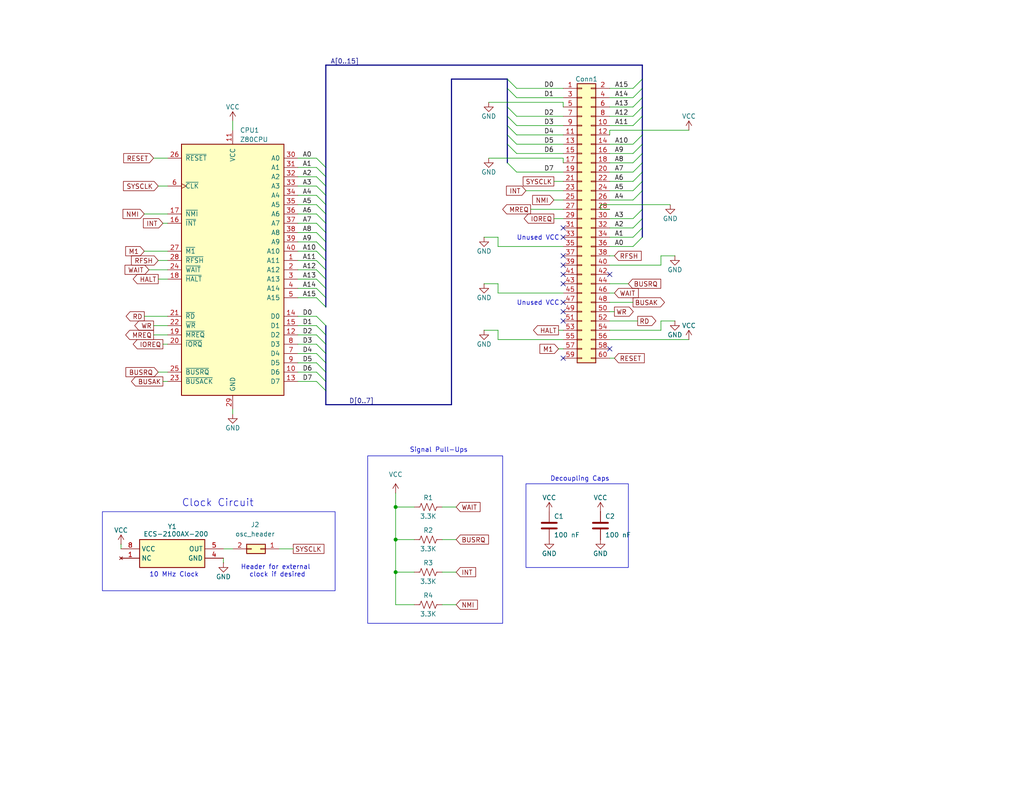
<source format=kicad_sch>
(kicad_sch (version 20231120) (generator "eeschema") (generator_version "8.0")
  (paper "A")
  (title_block (title "Kludge CPU Card") (date "12/05/2024") (rev "1.0") (comment 1 "CPU Card for the Kludge-Z80 Project"))
  (lib_symbols
    (symbol "CPU:Z80CPU" (pin_names (offset 1.016))
      (property "Reference" "U" (at -13.97 35.56 0))
      (property "Value" "Z80CPU" (at 6.35 35.56 0))
      (symbol "Z80CPU_0_1"
        (rectangle (start -13.97 34.29) (end 13.97 -34.29) (stroke (width 0.254)) (fill (type background)))
      )
      (symbol "Z80CPU_1_1"
        (pin output line (at 17.78 2.54 180) (length 3.81) (name "A11") (number "1"))
        (pin bidirectional line (at 17.78 -27.94 180) (length 3.81) (name "D6") (number "10"))
        (pin power_in line (at 0 38.1 270) (length 3.81) (name "VCC") (number "11"))
        (pin bidirectional line (at 17.78 -17.78 180) (length 3.81) (name "D2") (number "12"))
        (pin bidirectional line (at 17.78 -30.48 180) (length 3.81) (name "D7") (number "13"))
        (pin bidirectional line (at 17.78 -12.7 180) (length 3.81) (name "D0") (number "14"))
        (pin bidirectional line (at 17.78 -15.24 180) (length 3.81) (name "D1") (number "15"))
        (pin input line (at -17.78 12.7 0) (length 3.81) (name "~{INT}") (number "16"))
        (pin input line (at -17.78 15.24 0) (length 3.81) (name "~{NMI}") (number "17"))
        (pin output line (at -17.78 -2.54 0) (length 3.81) (name "~{HALT}") (number "18"))
        (pin output line (at -17.78 -17.78 0) (length 3.81) (name "~{MREQ}") (number "19"))
        (pin output line (at 17.78 0 180) (length 3.81) (name "A12") (number "2"))
        (pin output line (at -17.78 -20.32 0) (length 3.81) (name "~{IORQ}") (number "20"))
        (pin output line (at -17.78 -12.7 0) (length 3.81) (name "~{RD}") (number "21"))
        (pin output line (at -17.78 -15.24 0) (length 3.81) (name "~{WR}") (number "22"))
        (pin output line (at -17.78 -30.48 0) (length 3.81) (name "~{BUSACK}") (number "23"))
        (pin input line (at -17.78 0 0) (length 3.81) (name "~{WAIT}") (number "24"))
        (pin input line (at -17.78 -27.94 0) (length 3.81) (name "~{BUSRQ}") (number "25"))
        (pin input line (at -17.78 30.48 0) (length 3.81) (name "~{RESET}") (number "26"))
        (pin output line (at -17.78 5.08 0) (length 3.81) (name "~{M1}") (number "27"))
        (pin output line (at -17.78 2.54 0) (length 3.81) (name "~{RFSH}") (number "28"))
        (pin power_in line (at 0 -38.1 90) (length 3.81) (name "GND") (number "29"))
        (pin output line (at 17.78 -2.54 180) (length 3.81) (name "A13") (number "3"))
        (pin output line (at 17.78 30.48 180) (length 3.81) (name "A0") (number "30"))
        (pin output line (at 17.78 27.94 180) (length 3.81) (name "A1") (number "31"))
        (pin output line (at 17.78 25.4 180) (length 3.81) (name "A2") (number "32"))
        (pin output line (at 17.78 22.86 180) (length 3.81) (name "A3") (number "33"))
        (pin output line (at 17.78 20.32 180) (length 3.81) (name "A4") (number "34"))
        (pin output line (at 17.78 17.78 180) (length 3.81) (name "A5") (number "35"))
        (pin output line (at 17.78 15.24 180) (length 3.81) (name "A6") (number "36"))
        (pin output line (at 17.78 12.7 180) (length 3.81) (name "A7") (number "37"))
        (pin output line (at 17.78 10.16 180) (length 3.81) (name "A8") (number "38"))
        (pin output line (at 17.78 7.62 180) (length 3.81) (name "A9") (number "39"))
        (pin output line (at 17.78 -5.08 180) (length 3.81) (name "A14") (number "4"))
        (pin output line (at 17.78 5.08 180) (length 3.81) (name "A10") (number "40"))
        (pin output line (at 17.78 -7.62 180) (length 3.81) (name "A15") (number "5"))
        (pin input clock (at -17.78 22.86 0) (length 3.81) (name "~{CLK}") (number "6"))
        (pin bidirectional line (at 17.78 -22.86 180) (length 3.81) (name "D4") (number "7"))
        (pin bidirectional line (at 17.78 -20.32 180) (length 3.81) (name "D3") (number "8"))
        (pin bidirectional line (at 17.78 -25.4 180) (length 3.81) (name "D5") (number "9"))
      )
    )
    (symbol "Connector_Generic:Conn_02x01" (pin_names (offset 1.016) hide)
      (property "Reference" "J" (at 1.27 2.54 0))
      (property "Value" "Conn_02x01" (at 1.27 -2.54 0))
      (symbol "Conn_02x01_1_1"
        (rectangle (start -1.27 0.127) (end 0 -0.127) (stroke (width 0.1524)))
        (rectangle (start -1.27 1.27) (end 3.81 -1.27) (stroke (width 0.254)) (fill (type background)))
        (rectangle (start 3.81 0.127) (end 2.54 -0.127) (stroke (width 0.1524)))
        (pin passive line (at -5.08 0 0) (length 3.81) (name "Pin_1") (number "1"))
        (pin passive line (at 7.62 0 180) (length 3.81) (name "Pin_2") (number "2"))
      )
    )
    (symbol "Connector_Generic:Conn_02x30_Odd_Even" (pin_names (offset 1.016) hide)
      (property "Reference" "J" (at 1.27 38.1 0))
      (property "Value" "Conn_02x30_Odd_Even" (at 1.27 -40.64 0))
      (symbol "Conn_02x30_Odd_Even_1_1"
        (rectangle (start -1.27 -37.973) (end 0 -38.227) (stroke (width 0.1524)))
        (rectangle (start -1.27 -35.433) (end 0 -35.687) (stroke (width 0.1524)))
        (rectangle (start -1.27 -32.893) (end 0 -33.147) (stroke (width 0.1524)))
        (rectangle (start -1.27 -30.353) (end 0 -30.607) (stroke (width 0.1524)))
        (rectangle (start -1.27 -27.813) (end 0 -28.067) (stroke (width 0.1524)))
        (rectangle (start -1.27 -25.273) (end 0 -25.527) (stroke (width 0.1524)))
        (rectangle (start -1.27 -22.733) (end 0 -22.987) (stroke (width 0.1524)))
        (rectangle (start -1.27 -20.193) (end 0 -20.447) (stroke (width 0.1524)))
        (rectangle (start -1.27 -17.653) (end 0 -17.907) (stroke (width 0.1524)))
        (rectangle (start -1.27 -15.113) (end 0 -15.367) (stroke (width 0.1524)))
        (rectangle (start -1.27 -12.573) (end 0 -12.827) (stroke (width 0.1524)))
        (rectangle (start -1.27 -10.033) (end 0 -10.287) (stroke (width 0.1524)))
        (rectangle (start -1.27 -7.493) (end 0 -7.747) (stroke (width 0.1524)))
        (rectangle (start -1.27 -4.953) (end 0 -5.207) (stroke (width 0.1524)))
        (rectangle (start -1.27 -2.413) (end 0 -2.667) (stroke (width 0.1524)))
        (rectangle (start -1.27 0.127) (end 0 -0.127) (stroke (width 0.1524)))
        (rectangle (start -1.27 2.667) (end 0 2.413) (stroke (width 0.1524)))
        (rectangle (start -1.27 5.207) (end 0 4.953) (stroke (width 0.1524)))
        (rectangle (start -1.27 7.747) (end 0 7.493) (stroke (width 0.1524)))
        (rectangle (start -1.27 10.287) (end 0 10.033) (stroke (width 0.1524)))
        (rectangle (start -1.27 12.827) (end 0 12.573) (stroke (width 0.1524)))
        (rectangle (start -1.27 15.367) (end 0 15.113) (stroke (width 0.1524)))
        (rectangle (start -1.27 17.907) (end 0 17.653) (stroke (width 0.1524)))
        (rectangle (start -1.27 20.447) (end 0 20.193) (stroke (width 0.1524)))
        (rectangle (start -1.27 22.987) (end 0 22.733) (stroke (width 0.1524)))
        (rectangle (start -1.27 25.527) (end 0 25.273) (stroke (width 0.1524)))
        (rectangle (start -1.27 28.067) (end 0 27.813) (stroke (width 0.1524)))
        (rectangle (start -1.27 30.607) (end 0 30.353) (stroke (width 0.1524)))
        (rectangle (start -1.27 33.147) (end 0 32.893) (stroke (width 0.1524)))
        (rectangle (start -1.27 35.687) (end 0 35.433) (stroke (width 0.1524)))
        (rectangle (start -1.27 36.83) (end 3.81 -39.37) (stroke (width 0.254)) (fill (type background)))
        (rectangle (start 3.81 -37.973) (end 2.54 -38.227) (stroke (width 0.1524)))
        (rectangle (start 3.81 -35.433) (end 2.54 -35.687) (stroke (width 0.1524)))
        (rectangle (start 3.81 -32.893) (end 2.54 -33.147) (stroke (width 0.1524)))
        (rectangle (start 3.81 -30.353) (end 2.54 -30.607) (stroke (width 0.1524)))
        (rectangle (start 3.81 -27.813) (end 2.54 -28.067) (stroke (width 0.1524)))
        (rectangle (start 3.81 -25.273) (end 2.54 -25.527) (stroke (width 0.1524)))
        (rectangle (start 3.81 -22.733) (end 2.54 -22.987) (stroke (width 0.1524)))
        (rectangle (start 3.81 -20.193) (end 2.54 -20.447) (stroke (width 0.1524)))
        (rectangle (start 3.81 -17.653) (end 2.54 -17.907) (stroke (width 0.1524)))
        (rectangle (start 3.81 -15.113) (end 2.54 -15.367) (stroke (width 0.1524)))
        (rectangle (start 3.81 -12.573) (end 2.54 -12.827) (stroke (width 0.1524)))
        (rectangle (start 3.81 -10.033) (end 2.54 -10.287) (stroke (width 0.1524)))
        (rectangle (start 3.81 -7.493) (end 2.54 -7.747) (stroke (width 0.1524)))
        (rectangle (start 3.81 -4.953) (end 2.54 -5.207) (stroke (width 0.1524)))
        (rectangle (start 3.81 -2.413) (end 2.54 -2.667) (stroke (width 0.1524)))
        (rectangle (start 3.81 0.127) (end 2.54 -0.127) (stroke (width 0.1524)))
        (rectangle (start 3.81 2.667) (end 2.54 2.413) (stroke (width 0.1524)))
        (rectangle (start 3.81 5.207) (end 2.54 4.953) (stroke (width 0.1524)))
        (rectangle (start 3.81 7.747) (end 2.54 7.493) (stroke (width 0.1524)))
        (rectangle (start 3.81 10.287) (end 2.54 10.033) (stroke (width 0.1524)))
        (rectangle (start 3.81 12.827) (end 2.54 12.573) (stroke (width 0.1524)))
        (rectangle (start 3.81 15.367) (end 2.54 15.113) (stroke (width 0.1524)))
        (rectangle (start 3.81 17.907) (end 2.54 17.653) (stroke (width 0.1524)))
        (rectangle (start 3.81 20.447) (end 2.54 20.193) (stroke (width 0.1524)))
        (rectangle (start 3.81 22.987) (end 2.54 22.733) (stroke (width 0.1524)))
        (rectangle (start 3.81 25.527) (end 2.54 25.273) (stroke (width 0.1524)))
        (rectangle (start 3.81 28.067) (end 2.54 27.813) (stroke (width 0.1524)))
        (rectangle (start 3.81 30.607) (end 2.54 30.353) (stroke (width 0.1524)))
        (rectangle (start 3.81 33.147) (end 2.54 32.893) (stroke (width 0.1524)))
        (rectangle (start 3.81 35.687) (end 2.54 35.433) (stroke (width 0.1524)))
        (pin passive line (at -5.08 35.56 0) (length 3.81) (name "Pin_1") (number "1"))
        (pin passive line (at 7.62 25.4 180) (length 3.81) (name "Pin_10") (number "10"))
        (pin passive line (at -5.08 22.86 0) (length 3.81) (name "Pin_11") (number "11"))
        (pin passive line (at 7.62 22.86 180) (length 3.81) (name "Pin_12") (number "12"))
        (pin passive line (at -5.08 20.32 0) (length 3.81) (name "Pin_13") (number "13"))
        (pin passive line (at 7.62 20.32 180) (length 3.81) (name "Pin_14") (number "14"))
        (pin passive line (at -5.08 17.78 0) (length 3.81) (name "Pin_15") (number "15"))
        (pin passive line (at 7.62 17.78 180) (length 3.81) (name "Pin_16") (number "16"))
        (pin passive line (at -5.08 15.24 0) (length 3.81) (name "Pin_17") (number "17"))
        (pin passive line (at 7.62 15.24 180) (length 3.81) (name "Pin_18") (number "18"))
        (pin passive line (at -5.08 12.7 0) (length 3.81) (name "Pin_19") (number "19"))
        (pin passive line (at 7.62 35.56 180) (length 3.81) (name "Pin_2") (number "2"))
        (pin passive line (at 7.62 12.7 180) (length 3.81) (name "Pin_20") (number "20"))
        (pin passive line (at -5.08 10.16 0) (length 3.81) (name "Pin_21") (number "21"))
        (pin passive line (at 7.62 10.16 180) (length 3.81) (name "Pin_22") (number "22"))
        (pin passive line (at -5.08 7.62 0) (length 3.81) (name "Pin_23") (number "23"))
        (pin passive line (at 7.62 7.62 180) (length 3.81) (name "Pin_24") (number "24"))
        (pin passive line (at -5.08 5.08 0) (length 3.81) (name "Pin_25") (number "25"))
        (pin passive line (at 7.62 5.08 180) (length 3.81) (name "Pin_26") (number "26"))
        (pin passive line (at -5.08 2.54 0) (length 3.81) (name "Pin_27") (number "27"))
        (pin passive line (at 7.62 2.54 180) (length 3.81) (name "Pin_28") (number "28"))
        (pin passive line (at -5.08 0 0) (length 3.81) (name "Pin_29") (number "29"))
        (pin passive line (at -5.08 33.02 0) (length 3.81) (name "Pin_3") (number "3"))
        (pin passive line (at 7.62 0 180) (length 3.81) (name "Pin_30") (number "30"))
        (pin passive line (at -5.08 -2.54 0) (length 3.81) (name "Pin_31") (number "31"))
        (pin passive line (at 7.62 -2.54 180) (length 3.81) (name "Pin_32") (number "32"))
        (pin passive line (at -5.08 -5.08 0) (length 3.81) (name "Pin_33") (number "33"))
        (pin passive line (at 7.62 -5.08 180) (length 3.81) (name "Pin_34") (number "34"))
        (pin passive line (at -5.08 -7.62 0) (length 3.81) (name "Pin_35") (number "35"))
        (pin passive line (at 7.62 -7.62 180) (length 3.81) (name "Pin_36") (number "36"))
        (pin passive line (at -5.08 -10.16 0) (length 3.81) (name "Pin_37") (number "37"))
        (pin passive line (at 7.62 -10.16 180) (length 3.81) (name "Pin_38") (number "38"))
        (pin passive line (at -5.08 -12.7 0) (length 3.81) (name "Pin_39") (number "39"))
        (pin passive line (at 7.62 33.02 180) (length 3.81) (name "Pin_4") (number "4"))
        (pin passive line (at 7.62 -12.7 180) (length 3.81) (name "Pin_40") (number "40"))
        (pin passive line (at -5.08 -15.24 0) (length 3.81) (name "Pin_41") (number "41"))
        (pin passive line (at 7.62 -15.24 180) (length 3.81) (name "Pin_42") (number "42"))
        (pin passive line (at -5.08 -17.78 0) (length 3.81) (name "Pin_43") (number "43"))
        (pin passive line (at 7.62 -17.78 180) (length 3.81) (name "Pin_44") (number "44"))
        (pin passive line (at -5.08 -20.32 0) (length 3.81) (name "Pin_45") (number "45"))
        (pin passive line (at 7.62 -20.32 180) (length 3.81) (name "Pin_46") (number "46"))
        (pin passive line (at -5.08 -22.86 0) (length 3.81) (name "Pin_47") (number "47"))
        (pin passive line (at 7.62 -22.86 180) (length 3.81) (name "Pin_48") (number "48"))
        (pin passive line (at -5.08 -25.4 0) (length 3.81) (name "Pin_49") (number "49"))
        (pin passive line (at -5.08 30.48 0) (length 3.81) (name "Pin_5") (number "5"))
        (pin passive line (at 7.62 -25.4 180) (length 3.81) (name "Pin_50") (number "50"))
        (pin passive line (at -5.08 -27.94 0) (length 3.81) (name "Pin_51") (number "51"))
        (pin passive line (at 7.62 -27.94 180) (length 3.81) (name "Pin_52") (number "52"))
        (pin passive line (at -5.08 -30.48 0) (length 3.81) (name "Pin_53") (number "53"))
        (pin passive line (at 7.62 -30.48 180) (length 3.81) (name "Pin_54") (number "54"))
        (pin passive line (at -5.08 -33.02 0) (length 3.81) (name "Pin_55") (number "55"))
        (pin passive line (at 7.62 -33.02 180) (length 3.81) (name "Pin_56") (number "56"))
        (pin passive line (at -5.08 -35.56 0) (length 3.81) (name "Pin_57") (number "57"))
        (pin passive line (at 7.62 -35.56 180) (length 3.81) (name "Pin_58") (number "58"))
        (pin passive line (at -5.08 -38.1 0) (length 3.81) (name "Pin_59") (number "59"))
        (pin passive line (at 7.62 30.48 180) (length 3.81) (name "Pin_6") (number "6"))
        (pin passive line (at 7.62 -38.1 180) (length 3.81) (name "Pin_60") (number "60"))
        (pin passive line (at -5.08 27.94 0) (length 3.81) (name "Pin_7") (number "7"))
        (pin passive line (at 7.62 27.94 180) (length 3.81) (name "Pin_8") (number "8"))
        (pin passive line (at -5.08 25.4 0) (length 3.81) (name "Pin_9") (number "9"))
      )
    )
    (symbol "Device:C" (pin_numbers hide) (pin_names (offset 0.254))
      (property "Reference" "C" (at 0.635 2.54 0))
      (property "Value" "C" (at 0.635 -2.54 0))
      (symbol "C_0_1"
        (polyline (pts (xy -2.032 -0.762) (xy 2.032 -0.762)) (stroke (width 0.508)))
        (polyline (pts (xy -2.032 0.762) (xy 2.032 0.762)) (stroke (width 0.508)))
      )
      (symbol "C_1_1"
        (pin passive line (at 0 3.81 270) (length 2.794) (name "~") (number "1"))
        (pin passive line (at 0 -3.81 90) (length 2.794) (name "~") (number "2"))
      )
    )
    (symbol "Device:R_US" (pin_numbers hide) (pin_names (offset 0))
      (property "Reference" "R" (at 2.54 0 90))
      (property "Value" "R_US" (at -2.54 0 90))
      (symbol "R_US_0_1"
        (polyline (pts (xy 0 -2.286) (xy 0 -2.54)))
        (polyline (pts (xy 0 2.286) (xy 0 2.54)))
        (polyline (pts (xy 0 -0.762) (xy 1.016 -1.143) (xy 0 -1.524) (xy -1.016 -1.905) (xy 0 -2.286)))
        (polyline (pts (xy 0 0.762) (xy 1.016 0.381) (xy 0 0) (xy -1.016 -0.381) (xy 0 -0.762)))
        (polyline (pts (xy 0 2.286) (xy 1.016 1.905) (xy 0 1.524) (xy -1.016 1.143) (xy 0 0.762)))
      )
      (symbol "R_US_1_1"
        (pin passive line (at 0 3.81 270) (length 1.27) (name "~") (number "1"))
        (pin passive line (at 0 -3.81 90) (length 1.27) (name "~") (number "2"))
      )
    )
    (symbol "GND_7" (power) (pin_numbers hide) (pin_names (offset 0) hide)
      (property "Value" "GND" (at 0 -3.81 0))
      (symbol "GND_7_0_1"
        (polyline (pts (xy 0 0) (xy 0 -1.27) (xy 1.27 -1.27) (xy 0 -2.54) (xy -1.27 -1.27) (xy 0 -1.27)))
      )
      (symbol "GND_7_1_1"
        (pin power_in line (at 0 0 270) (length 0) (name "~") (number "1"))
      )
    )
    (symbol "VCC_7" (power) (pin_numbers hide) (pin_names (offset 0) hide)
      (property "Value" "VCC" (at 0 3.556 0))
      (symbol "VCC_7_0_1"
        (polyline (pts (xy -0.762 1.27) (xy 0 2.54)))
        (polyline (pts (xy 0 0) (xy 0 2.54)))
        (polyline (pts (xy 0 2.54) (xy 0.762 1.27)))
      )
      (symbol "VCC_7_1_1"
        (pin power_in line (at 0 0 90) (length 0) (name "~") (number "1"))
      )
    )
    (symbol "Z80-Parts:ECS-2100AX-100"
      (property "Reference" "Y" (at 2.54 5.08 0))
      (symbol "ECS-2100AX-100_1_1"
        (rectangle (start -8.89 3.81) (end 8.89 -3.81) (stroke (width 0.254)) (fill (type background)))
        (pin no_connect line (at -13.97 -1.27 0) (length 5.08) (name "NC") (number "1"))
        (pin passive line (at 13.97 -1.27 180) (length 5.08) (name "GND") (number "4"))
        (pin passive line (at 13.97 1.27 180) (length 5.08) (name "OUT") (number "5"))
        (pin passive line (at -13.97 1.27 0) (length 5.08) (name "VCC") (number "8"))
      )
    )
    (symbol "power:GND" (power) (pin_numbers hide) (pin_names (offset 0) hide)
      (property "Value" "GND" (at 0 -3.81 0))
      (symbol "GND_0_1"
        (polyline (pts (xy 0 0) (xy 0 -1.27) (xy 1.27 -1.27) (xy 0 -2.54) (xy -1.27 -1.27) (xy 0 -1.27)))
      )
      (symbol "GND_1_1"
        (pin power_in line (at 0 0 270) (length 0) (name "~") (number "1"))
      )
    )
    (symbol "power:VCC" (power) (pin_numbers hide) (pin_names (offset 0) hide)
      (property "Value" "VCC" (at 0 3.556 0))
      (symbol "VCC_0_1"
        (polyline (pts (xy -0.762 1.27) (xy 0 2.54)))
        (polyline (pts (xy 0 0) (xy 0 2.54)))
        (polyline (pts (xy 0 2.54) (xy 0.762 1.27)))
      )
      (symbol "VCC_1_1"
        (pin power_in line (at 0 0 90) (length 0) (name "~") (number "1"))
      )
    )
  )
  (junction (at 107.95 156.21))
  (junction (at 107.95 147.32))
  (junction (at 107.95 138.43))
  (no_connect (at 166.37 95.25))
  (no_connect (at 153.67 64.77))
  (no_connect (at 153.67 97.79))
  (no_connect (at 153.67 87.63))
  (no_connect (at 153.67 82.55))
  (no_connect (at 153.67 74.93))
  (no_connect (at 166.37 74.93))
  (no_connect (at 153.67 77.47))
  (no_connect (at 153.67 62.23))
  (no_connect (at 153.67 69.85))
  (no_connect (at 153.67 85.09))
  (no_connect (at 153.67 72.39))
  (bus_entry (at 86.36 78.74) (size 2.54 2.54))
  (bus_entry (at 86.36 99.06) (size 2.54 2.54))
  (bus_entry (at 86.36 73.66) (size 2.54 2.54))
  (bus_entry (at 172.72 31.75) (size 2.54 -2.54))
  (bus_entry (at 86.36 55.88) (size 2.54 2.54))
  (bus_entry (at 86.36 76.2) (size 2.54 2.54))
  (bus_entry (at 172.72 39.37) (size 2.54 -2.54))
  (bus_entry (at 172.72 64.77) (size 2.54 -2.54))
  (bus_entry (at 138.43 29.21) (size 2.54 2.54))
  (bus_entry (at 86.36 91.44) (size 2.54 2.54))
  (bus_entry (at 86.36 66.04) (size 2.54 2.54))
  (bus_entry (at 86.36 81.28) (size 2.54 2.54))
  (bus_entry (at 86.36 88.9) (size 2.54 2.54))
  (bus_entry (at 172.72 54.61) (size 2.54 -2.54))
  (bus_entry (at 86.36 86.36) (size 2.54 2.54))
  (bus_entry (at 86.36 63.5) (size 2.54 2.54))
  (bus_entry (at 172.72 46.99) (size 2.54 -2.54))
  (bus_entry (at 172.72 29.21) (size 2.54 -2.54))
  (bus_entry (at 138.43 36.83) (size 2.54 2.54))
  (bus_entry (at 172.72 24.13) (size 2.54 -2.54))
  (bus_entry (at 172.72 67.31) (size 2.54 -2.54))
  (bus_entry (at 86.36 53.34) (size 2.54 2.54))
  (bus_entry (at 172.72 59.69) (size 2.54 -2.54))
  (bus_entry (at 172.72 62.23) (size 2.54 -2.54))
  (bus_entry (at 138.43 34.29) (size 2.54 2.54))
  (bus_entry (at 86.36 58.42) (size 2.54 2.54))
  (bus_entry (at 86.36 93.98) (size 2.54 2.54))
  (bus_entry (at 138.43 21.59) (size 2.54 2.54))
  (bus_entry (at 86.36 43.18) (size 2.54 2.54))
  (bus_entry (at 172.72 44.45) (size 2.54 -2.54))
  (bus_entry (at 86.36 101.6) (size 2.54 2.54))
  (bus_entry (at 138.43 44.45) (size 2.54 2.54))
  (bus_entry (at 172.72 41.91) (size 2.54 -2.54))
  (bus_entry (at 86.36 104.14) (size 2.54 2.54))
  (bus_entry (at 172.72 26.67) (size 2.54 -2.54))
  (bus_entry (at 86.36 60.96) (size 2.54 2.54))
  (bus_entry (at 86.36 96.52) (size 2.54 2.54))
  (bus_entry (at 86.36 48.26) (size 2.54 2.54))
  (bus_entry (at 86.36 45.72) (size 2.54 2.54))
  (bus_entry (at 138.43 39.37) (size 2.54 2.54))
  (bus_entry (at 172.72 34.29) (size 2.54 -2.54))
  (bus_entry (at 86.36 71.12) (size 2.54 2.54))
  (bus_entry (at 172.72 49.53) (size 2.54 -2.54))
  (bus_entry (at 138.43 24.13) (size 2.54 2.54))
  (bus_entry (at 172.72 52.07) (size 2.54 -2.54))
  (bus_entry (at 86.36 50.8) (size 2.54 2.54))
  (bus_entry (at 86.36 68.58) (size 2.54 2.54))
  (bus_entry (at 138.43 31.75) (size 2.54 2.54))
  (wire (pts (xy 81.28 45.72) (xy 86.36 45.72)))
  (wire (pts (xy 81.28 63.5) (xy 86.36 63.5)))
  (wire (pts (xy 140.97 46.99) (xy 153.67 46.99)))
  (wire (pts (xy 39.37 86.36) (xy 45.72 86.36)))
  (wire (pts (xy 172.72 67.31) (xy 166.37 67.31)))
  (bus (pts (xy 88.9 71.12) (xy 88.9 73.66)))
  (wire (pts (xy 81.28 81.28) (xy 86.36 81.28)))
  (bus (pts (xy 88.9 110.49) (xy 123.19 110.49)))
  (bus (pts (xy 88.9 73.66) (xy 88.9 76.2)))
  (bus (pts (xy 88.9 88.9) (xy 88.9 91.44)))
  (wire (pts (xy 81.28 101.6) (xy 86.36 101.6)))
  (wire (pts (xy 81.28 99.06) (xy 86.36 99.06)))
  (bus (pts (xy 175.26 52.07) (xy 175.26 57.15)))
  (wire (pts (xy 151.13 49.53) (xy 153.67 49.53)))
  (wire (pts (xy 166.37 69.85) (xy 167.64 69.85)))
  (wire (pts (xy 107.95 134.62) (xy 107.95 138.43)))
  (wire (pts (xy 166.37 90.17) (xy 180.34 90.17)))
  (bus (pts (xy 88.9 58.42) (xy 88.9 60.96)))
  (wire (pts (xy 172.72 62.23) (xy 166.37 62.23)))
  (bus (pts (xy 175.26 39.37) (xy 175.26 41.91)))
  (wire (pts (xy 39.37 68.58) (xy 45.72 68.58)))
  (wire (pts (xy 172.72 26.67) (xy 166.37 26.67)))
  (wire (pts (xy 172.72 54.61) (xy 166.37 54.61)))
  (wire (pts (xy 107.95 156.21) (xy 113.03 156.21)))
  (wire (pts (xy 180.34 69.85) (xy 184.15 69.85)))
  (bus (pts (xy 88.9 99.06) (xy 88.9 101.6)))
  (wire (pts (xy 43.18 71.12) (xy 45.72 71.12)))
  (wire (pts (xy 135.89 90.17) (xy 132.08 90.17)))
  (wire (pts (xy 135.89 67.31) (xy 153.67 67.31)))
  (wire (pts (xy 166.37 97.79) (xy 167.64 97.79)))
  (bus (pts (xy 138.43 31.75) (xy 138.43 34.29)))
  (wire (pts (xy 153.67 29.21) (xy 153.67 27.94)))
  (wire (pts (xy 163.83 55.88) (xy 182.88 55.88)))
  (wire (pts (xy 167.64 80.01) (xy 166.37 80.01)))
  (wire (pts (xy 81.28 104.14) (xy 86.36 104.14)))
  (wire (pts (xy 153.67 59.69) (xy 151.13 59.69)))
  (bus (pts (xy 88.9 68.58) (xy 88.9 71.12)))
  (wire (pts (xy 153.67 52.07) (xy 143.51 52.07)))
  (bus (pts (xy 138.43 21.59) (xy 138.43 24.13)))
  (wire (pts (xy 152.4 90.17) (xy 153.67 90.17)))
  (wire (pts (xy 135.89 67.31) (xy 135.89 64.77)))
  (wire (pts (xy 172.72 29.21) (xy 166.37 29.21)))
  (wire (pts (xy 81.28 91.44) (xy 86.36 91.44)))
  (wire (pts (xy 107.95 147.32) (xy 107.95 156.21)))
  (wire (pts (xy 163.83 57.15) (xy 163.83 55.88)))
  (wire (pts (xy 180.34 87.63) (xy 184.15 87.63)))
  (wire (pts (xy 180.34 72.39) (xy 180.34 69.85)))
  (wire (pts (xy 41.91 91.44) (xy 45.72 91.44)))
  (wire (pts (xy 172.72 44.45) (xy 166.37 44.45)))
  (wire (pts (xy 172.72 46.99) (xy 166.37 46.99)))
  (wire (pts (xy 80.01 149.86) (xy 76.2 149.86)))
  (bus (pts (xy 88.9 48.26) (xy 88.9 50.8)))
  (wire (pts (xy 81.28 76.2) (xy 86.36 76.2)))
  (bus (pts (xy 138.43 36.83) (xy 138.43 39.37)))
  (wire (pts (xy 40.64 73.66) (xy 45.72 73.66)))
  (bus (pts (xy 175.26 21.59) (xy 175.26 24.13)))
  (bus (pts (xy 88.9 93.98) (xy 88.9 96.52)))
  (wire (pts (xy 140.97 24.13) (xy 153.67 24.13)))
  (bus (pts (xy 88.9 55.88) (xy 88.9 58.42)))
  (wire (pts (xy 120.65 165.1) (xy 124.46 165.1)))
  (bus (pts (xy 175.26 36.83) (xy 175.26 39.37)))
  (wire (pts (xy 107.95 156.21) (xy 107.95 165.1)))
  (bus (pts (xy 88.9 78.74) (xy 88.9 81.28)))
  (wire (pts (xy 172.72 24.13) (xy 166.37 24.13)))
  (bus (pts (xy 175.26 49.53) (xy 175.26 52.07)))
  (wire (pts (xy 81.28 71.12) (xy 86.36 71.12)))
  (wire (pts (xy 120.65 138.43) (xy 124.46 138.43)))
  (wire (pts (xy 81.28 93.98) (xy 86.36 93.98)))
  (wire (pts (xy 153.67 43.18) (xy 133.35 43.18)))
  (bus (pts (xy 123.19 21.59) (xy 123.19 110.49)))
  (wire (pts (xy 43.18 76.2) (xy 45.72 76.2)))
  (bus (pts (xy 88.9 96.52) (xy 88.9 99.06)))
  (wire (pts (xy 81.28 96.52) (xy 86.36 96.52)))
  (wire (pts (xy 81.28 50.8) (xy 86.36 50.8)))
  (wire (pts (xy 140.97 36.83) (xy 153.67 36.83)))
  (wire (pts (xy 81.28 68.58) (xy 86.36 68.58)))
  (bus (pts (xy 88.9 50.8) (xy 88.9 53.34)))
  (bus (pts (xy 175.26 17.78) (xy 175.26 21.59)))
  (wire (pts (xy 60.96 153.67) (xy 60.96 152.4)))
  (wire (pts (xy 81.28 60.96) (xy 86.36 60.96)))
  (bus (pts (xy 88.9 104.14) (xy 88.9 106.68)))
  (wire (pts (xy 180.34 90.17) (xy 180.34 87.63)))
  (wire (pts (xy 63.5 33.02) (xy 63.5 35.56)))
  (bus (pts (xy 88.9 45.72) (xy 88.9 48.26)))
  (bus (pts (xy 88.9 63.5) (xy 88.9 66.04)))
  (bus (pts (xy 88.9 106.68) (xy 88.9 110.49)))
  (bus (pts (xy 175.26 24.13) (xy 175.26 26.67)))
  (bus (pts (xy 88.9 66.04) (xy 88.9 68.58)))
  (wire (pts (xy 153.67 44.45) (xy 153.67 43.18)))
  (wire (pts (xy 172.72 49.53) (xy 166.37 49.53)))
  (wire (pts (xy 107.95 138.43) (xy 113.03 138.43)))
  (wire (pts (xy 153.67 27.94) (xy 133.35 27.94)))
  (wire (pts (xy 41.91 43.18) (xy 45.72 43.18)))
  (wire (pts (xy 166.37 72.39) (xy 180.34 72.39)))
  (bus (pts (xy 175.26 62.23) (xy 175.26 64.77)))
  (wire (pts (xy 43.18 101.6) (xy 45.72 101.6)))
  (wire (pts (xy 166.37 82.55) (xy 172.72 82.55)))
  (wire (pts (xy 153.67 54.61) (xy 151.13 54.61)))
  (bus (pts (xy 175.26 29.21) (xy 175.26 31.75)))
  (wire (pts (xy 107.95 165.1) (xy 113.03 165.1)))
  (bus (pts (xy 123.19 21.59) (xy 138.43 21.59)))
  (wire (pts (xy 81.28 55.88) (xy 86.36 55.88)))
  (wire (pts (xy 166.37 77.47) (xy 171.45 77.47)))
  (bus (pts (xy 138.43 34.29) (xy 138.43 36.83)))
  (wire (pts (xy 140.97 39.37) (xy 153.67 39.37)))
  (bus (pts (xy 138.43 29.21) (xy 138.43 31.75)))
  (bus (pts (xy 175.26 31.75) (xy 175.26 36.83)))
  (wire (pts (xy 187.96 35.56) (xy 166.37 35.56)))
  (wire (pts (xy 44.45 104.14) (xy 45.72 104.14)))
  (wire (pts (xy 41.91 88.9) (xy 45.72 88.9)))
  (bus (pts (xy 88.9 45.72) (xy 88.9 17.78)))
  (wire (pts (xy 172.72 34.29) (xy 166.37 34.29)))
  (wire (pts (xy 167.64 85.09) (xy 166.37 85.09)))
  (wire (pts (xy 153.67 26.67) (xy 140.97 26.67)))
  (wire (pts (xy 120.65 156.21) (xy 124.46 156.21)))
  (wire (pts (xy 172.72 59.69) (xy 166.37 59.69)))
  (wire (pts (xy 107.95 138.43) (xy 107.95 147.32)))
  (wire (pts (xy 81.28 86.36) (xy 86.36 86.36)))
  (wire (pts (xy 172.72 52.07) (xy 166.37 52.07)))
  (wire (pts (xy 135.89 92.71) (xy 153.67 92.71)))
  (wire (pts (xy 60.96 149.86) (xy 63.5 149.86)))
  (bus (pts (xy 88.9 53.34) (xy 88.9 55.88)))
  (wire (pts (xy 81.28 66.04) (xy 86.36 66.04)))
  (wire (pts (xy 166.37 35.56) (xy 166.37 36.83)))
  (wire (pts (xy 81.28 88.9) (xy 86.36 88.9)))
  (wire (pts (xy 140.97 34.29) (xy 153.67 34.29)))
  (wire (pts (xy 153.67 95.25) (xy 152.4 95.25)))
  (wire (pts (xy 107.95 147.32) (xy 113.03 147.32)))
  (wire (pts (xy 166.37 92.71) (xy 187.96 92.71)))
  (wire (pts (xy 172.72 41.91) (xy 166.37 41.91)))
  (bus (pts (xy 88.9 76.2) (xy 88.9 78.74)))
  (bus (pts (xy 175.26 26.67) (xy 175.26 29.21)))
  (wire (pts (xy 166.37 87.63) (xy 173.99 87.63)))
  (wire (pts (xy 39.37 58.42) (xy 45.72 58.42)))
  (wire (pts (xy 44.45 60.96) (xy 45.72 60.96)))
  (bus (pts (xy 138.43 24.13) (xy 138.43 29.21)))
  (wire (pts (xy 120.65 147.32) (xy 124.46 147.32)))
  (wire (pts (xy 140.97 41.91) (xy 153.67 41.91)))
  (bus (pts (xy 138.43 39.37) (xy 138.43 44.45)))
  (bus (pts (xy 88.9 101.6) (xy 88.9 104.14)))
  (wire (pts (xy 153.67 57.15) (xy 144.78 57.15)))
  (wire (pts (xy 81.28 48.26) (xy 86.36 48.26)))
  (wire (pts (xy 135.89 77.47) (xy 132.08 77.47)))
  (wire (pts (xy 172.72 31.75) (xy 166.37 31.75)))
  (bus (pts (xy 175.26 44.45) (xy 175.26 46.99)))
  (bus (pts (xy 88.9 60.96) (xy 88.9 63.5)))
  (wire (pts (xy 33.02 148.59) (xy 33.02 149.86)))
  (wire (pts (xy 163.83 57.15) (xy 166.37 57.15)))
  (bus (pts (xy 88.9 91.44) (xy 88.9 93.98)))
  (wire (pts (xy 81.28 58.42) (xy 86.36 58.42)))
  (wire (pts (xy 140.97 31.75) (xy 153.67 31.75)))
  (wire (pts (xy 63.5 113.03) (xy 63.5 111.76)))
  (wire (pts (xy 44.45 93.98) (xy 45.72 93.98)))
  (wire (pts (xy 81.28 73.66) (xy 86.36 73.66)))
  (bus (pts (xy 175.26 17.78) (xy 88.9 17.78)))
  (bus (pts (xy 175.26 46.99) (xy 175.26 49.53)))
  (bus (pts (xy 88.9 81.28) (xy 88.9 83.82)))
  (wire (pts (xy 43.18 50.8) (xy 45.72 50.8)))
  (wire (pts (xy 135.89 64.77) (xy 132.08 64.77)))
  (wire (pts (xy 172.72 64.77) (xy 166.37 64.77)))
  (bus (pts (xy 175.26 57.15) (xy 175.26 59.69)))
  (wire (pts (xy 135.89 80.01) (xy 153.67 80.01)))
  (bus (pts (xy 175.26 59.69) (xy 175.26 62.23)))
  (bus (pts (xy 175.26 41.91) (xy 175.26 44.45)))
  (wire (pts (xy 81.28 53.34) (xy 86.36 53.34)))
  (wire (pts (xy 135.89 80.01) (xy 135.89 77.47)))
  (wire (pts (xy 81.28 78.74) (xy 86.36 78.74)))
  (wire (pts (xy 172.72 39.37) (xy 166.37 39.37)))
  (wire (pts (xy 81.28 43.18) (xy 86.36 43.18)))
  (wire (pts (xy 135.89 92.71) (xy 135.89 90.17)))
  (rectangle (start 27.94 139.7) (end 91.44 161.29))
  (rectangle (start 143.51 132.08) (end 171.45 154.94))
  (rectangle (start 100.33 124.46) (end 137.16 170.18))
  (text "10 MHz Clock" (at 47.498 156.972 0) (effects (font (size 1.27 1.27))))
  (text "Clock Circuit" (at 59.436 137.414 0) (effects (font (size 2 2))))
  (text "Unused VCC" (at 146.812 65.024 0) (effects (font (size 1.27 1.27))))
  (text "Signal Pull-Ups" (at 111.76 123.698 0) (effects (font (size 1.27 1.27)) (justify left bottom)))
  (text "Header for external \nclock if desired" (at 75.692 155.956 0) (effects (font (size 1.27 1.27))))
  (text "Unused VCC" (at 146.812 82.804 0) (effects (font (size 1.27 1.27))))
  (text "Decoupling Caps" (at 150.114 131.572 0) (effects (font (size 1.27 1.27)) (justify left bottom)))
  (label "A12" (at 171.45 31.75 180))
  (label "D5" (at 151.13 39.37 180))
  (label "D6" (at 151.13 41.91 180))
  (label "A11" (at 171.45 34.29 180))
  (label "D1" (at 151.13 26.67 180))
  (label "D3" (at 151.13 34.29 180))
  (label "A10" (at 82.55 68.58 0))
  (label "D2" (at 151.13 31.75 180))
  (label "A7" (at 170.18 46.99 180))
  (label "A4" (at 82.55 53.34 0))
  (label "A0" (at 170.18 67.31 180))
  (label "A5" (at 170.18 52.07 180))
  (label "A7" (at 82.55 60.96 0))
  (label "A3" (at 170.18 59.69 180))
  (label "A1" (at 170.18 64.77 180))
  (label "D1" (at 82.55 88.9 0))
  (label "D0" (at 82.55 86.36 0))
  (label "D2" (at 82.55 91.44 0))
  (label "A13" (at 171.45 29.21 180))
  (label "A15" (at 171.45 24.13 180))
  (label "D4" (at 151.13 36.83 180))
  (label "A0" (at 82.55 43.18 0))
  (label "D7" (at 151.13 46.99 180))
  (label "A6" (at 82.55 58.42 0))
  (label "D4" (at 82.55 96.52 0))
  (label "A14" (at 171.45 26.67 180))
  (label "A3" (at 82.55 50.8 0))
  (label "A1" (at 82.55 45.72 0))
  (label "A2" (at 82.55 48.26 0))
  (label "D3" (at 82.55 93.98 0))
  (label "A8" (at 82.55 63.5 0))
  (label "A4" (at 170.18 54.61 180))
  (label "A12" (at 82.55 73.66 0))
  (label "D[0..7]" (at 95.25 110.49 0))
  (label "A11" (at 82.55 71.12 0))
  (label "D5" (at 82.55 99.06 0))
  (label "A14" (at 82.55 78.74 0))
  (label "A8" (at 170.18 44.45 180))
  (label "D7" (at 82.55 104.14 0))
  (label "A[0..15]" (at 90.17 17.78 0))
  (label "A13" (at 82.55 76.2 0))
  (label "A15" (at 82.55 81.28 0))
  (label "A2" (at 170.18 62.23 180))
  (label "A10" (at 171.45 39.37 180))
  (label "A5" (at 82.55 55.88 0))
  (label "A9" (at 82.55 66.04 0))
  (label "D6" (at 82.55 101.6 0))
  (label "A9" (at 170.18 41.91 180))
  (label "D0" (at 151.13 24.13 180))
  (label "A6" (at 170.18 49.53 180))
  (global_label "BUSAK" (shape output) (at 44.45 104.14 180) (property "Intersheetrefs" "${INTERSHEET_REFS}" (effects (hide yes))))
  (global_label "WR" (shape output) (at 167.64 85.09 0) (property "Intersheetrefs" "${INTERSHEET_REFS}" (effects (hide yes))))
  (global_label "RFSH" (shape input) (at 43.18 71.12 180) (property "Intersheetrefs" "${INTERSHEET_REFS}" (effects (hide yes))))
  (global_label "WAIT" (shape input) (at 124.46 138.43 0) (property "Intersheetrefs" "${INTERSHEET_REFS}" (effects (hide yes))))
  (global_label "NMI" (shape input) (at 39.37 58.42 180) (property "Intersheetrefs" "${INTERSHEET_REFS}" (effects (hide yes))))
  (global_label "RD" (shape output) (at 39.37 86.36 180) (property "Intersheetrefs" "${INTERSHEET_REFS}" (effects (hide yes))))
  (global_label "BUSRQ" (shape input) (at 171.45 77.47 0) (property "Intersheetrefs" "${INTERSHEET_REFS}" (effects (hide yes))))
  (global_label "BUSAK" (shape output) (at 172.72 82.55 0) (property "Intersheetrefs" "${INTERSHEET_REFS}" (effects (hide yes))))
  (global_label "IOREQ" (shape output) (at 151.13 59.69 180) (property "Intersheetrefs" "${INTERSHEET_REFS}" (effects (hide yes))))
  (global_label "NMI" (shape input) (at 124.46 165.1 0) (property "Intersheetrefs" "${INTERSHEET_REFS}" (effects (hide yes))))
  (global_label "MREQ" (shape output) (at 41.91 91.44 180) (property "Intersheetrefs" "${INTERSHEET_REFS}" (effects (hide yes))))
  (global_label "WR" (shape output) (at 41.91 88.9 180) (property "Intersheetrefs" "${INTERSHEET_REFS}" (effects (hide yes))))
  (global_label "SYSCLK" (shape input) (at 43.18 50.8 180) (property "Intersheetrefs" "${INTERSHEET_REFS}" (effects (hide yes))))
  (global_label "RESET" (shape input) (at 167.64 97.79 0) (property "Intersheetrefs" "${INTERSHEET_REFS}" (effects (hide yes))))
  (global_label "RD" (shape output) (at 173.99 87.63 0) (property "Intersheetrefs" "${INTERSHEET_REFS}" (effects (hide yes))))
  (global_label "SYSCLK" (shape passive) (at 151.13 49.53 180) (property "Intersheetrefs" "${INTERSHEET_REFS}" (effects (hide yes))))
  (global_label "WAIT" (shape input) (at 167.64 80.01 0) (property "Intersheetrefs" "${INTERSHEET_REFS}" (effects (hide yes))))
  (global_label "NMI" (shape input) (at 151.13 54.61 180) (property "Intersheetrefs" "${INTERSHEET_REFS}" (effects (hide yes))))
  (global_label "INT" (shape input) (at 124.46 156.21 0) (property "Intersheetrefs" "${INTERSHEET_REFS}" (effects (hide yes))))
  (global_label "M1" (shape input) (at 39.37 68.58 180) (property "Intersheetrefs" "${INTERSHEET_REFS}" (effects (hide yes))))
  (global_label "RFSH" (shape input) (at 167.64 69.85 0) (property "Intersheetrefs" "${INTERSHEET_REFS}" (effects (hide yes))))
  (global_label "INT" (shape input) (at 44.45 60.96 180) (property "Intersheetrefs" "${INTERSHEET_REFS}" (effects (hide yes))))
  (global_label "MREQ" (shape output) (at 144.78 57.15 180) (property "Intersheetrefs" "${INTERSHEET_REFS}" (effects (hide yes))))
  (global_label "HALT" (shape output) (at 43.18 76.2 180) (property "Intersheetrefs" "${INTERSHEET_REFS}" (effects (hide yes))))
  (global_label "M1" (shape input) (at 152.4 95.25 180) (property "Intersheetrefs" "${INTERSHEET_REFS}" (effects (hide yes))))
  (global_label "HALT" (shape output) (at 152.4 90.17 180) (property "Intersheetrefs" "${INTERSHEET_REFS}" (effects (hide yes))))
  (global_label "WAIT" (shape input) (at 40.64 73.66 180) (property "Intersheetrefs" "${INTERSHEET_REFS}" (effects (hide yes))))
  (global_label "INT" (shape input) (at 143.51 52.07 180) (property "Intersheetrefs" "${INTERSHEET_REFS}" (effects (hide yes))))
  (global_label "SYSCLK" (shape passive) (at 80.01 149.86 0) (property "Intersheetrefs" "${INTERSHEET_REFS}" (effects (hide yes))))
  (global_label "BUSRQ" (shape input) (at 43.18 101.6 180) (property "Intersheetrefs" "${INTERSHEET_REFS}" (effects (hide yes))))
  (global_label "BUSRQ" (shape input) (at 124.46 147.32 0) (property "Intersheetrefs" "${INTERSHEET_REFS}" (effects (hide yes))))
  (global_label "IOREQ" (shape output) (at 44.45 93.98 180) (property "Intersheetrefs" "${INTERSHEET_REFS}" (effects (hide yes))))
  (global_label "RESET" (shape input) (at 41.91 43.18 180) (property "Intersheetrefs" "${INTERSHEET_REFS}" (effects (hide yes))))
  (symbol (lib_id "Device:R_US") (at 116.84 147.32 270) (unit 1)
    (property "Reference" "R2" (at 116.84 144.78 90))
    (property "Value" "3.3K" (at 116.84 149.86 90))
    (property "Footprint" "Resistor_THT:R_Axial_DIN0207_L6.3mm_D2.5mm_P10.16mm_Horizontal" (effects (hide yes)))
    (property "Description" "Resistor, US symbol" (effects (hide yes)))
  )
  (symbol (lib_name "GND_7") (lib_id "power:GND") (at 184.15 69.85 0) (mirror y) (unit 1)
    (property "Reference" "#PWR026" (effects (hide yes)))
    (property "Value" "GND" (at 184.15 73.66 0))
    (property "Description" "Power symbol creates a global label with name \"GND\" , ground" (effects (hide yes)))
  )
  (symbol (lib_name "GND_7") (lib_id "power:GND") (at 184.15 87.63 0) (mirror y) (unit 1)
    (property "Reference" "#PWR027" (effects (hide yes)))
    (property "Value" "GND" (at 184.15 91.44 0))
    (property "Description" "Power symbol creates a global label with name \"GND\" , ground" (effects (hide yes)))
  )
  (symbol (lib_id "power:VCC") (at 149.86 139.7 0) (unit 1)
    (property "Reference" "#PWR01" (effects (hide yes)))
    (property "Value" "VCC" (at 149.86 135.89 0))
    (property "Description" "Power symbol creates a global label with name \"VCC\"" (effects (hide yes)))
  )
  (symbol (lib_id "power:GND") (at 163.83 147.32 0) (unit 1)
    (property "Reference" "#PWR04" (effects (hide yes)))
    (property "Value" "GND" (at 163.83 151.13 0))
    (property "Description" "Power symbol creates a global label with name \"GND\" , ground" (effects (hide yes)))
  )
  (symbol (lib_id "Z80-Parts:ECS-2100AX-100") (at 46.99 151.13 0) (unit 1)
    (property "Reference" "Y1" (at 46.99 143.764 0))
    (property "Value" "ECS-2100AX-200" (at 48.006 145.796 0))
    (property "Footprint" "Z80 Parts:ECS-2100AX-100" (effects (hide yes)))
    (property "Datasheet" "https://componentsearchengine.com/Datasheets/1/ECS-2100AX-11.0592MHZ.pdf" (effects (hide yes)))
    (property "Height" "5.4" (effects (hide yes)))
    (property "Manufacturer_Name" "ECS" (effects (hide yes)))
    (property "Manufacturer_Part_Number" "ECS-2100AX-100" (effects (hide yes)))
  )
  (symbol (lib_name "VCC_7") (lib_id "power:VCC") (at 187.96 92.71 0) (mirror y) (unit 1)
    (property "Reference" "#PWR064" (effects (hide yes)))
    (property "Value" "VCC" (at 187.96 88.9 0))
    (property "Description" "Power symbol creates a global label with name \"VCC\"" (effects (hide yes)))
  )
  (symbol (lib_id "power:GND") (at 149.86 147.32 0) (unit 1)
    (property "Reference" "#PWR02" (effects (hide yes)))
    (property "Value" "GND" (at 149.86 151.13 0))
    (property "Description" "Power symbol creates a global label with name \"GND\" , ground" (effects (hide yes)))
  )
  (symbol (lib_id "Connector_Generic:Conn_02x30_Odd_Even") (at 158.75 59.69 0) (unit 1)
    (property "Reference" "J1" (effects (hide yes)))
    (property "Value" "Conn1" (at 160.02 21.59 0))
    (property "Footprint" "Connector_PinHeader_2.54mm:PinHeader_2x30_P2.54mm_Vertical" (effects (hide yes)))
    (property "Description" "Generic connector, double row, 02x30, odd/even pin numbering scheme (row 1 odd numbers, row 2 even numbers), script generated (kicad-library-utils/schlib/autogen/connector/)" (effects (hide yes)))
  )
  (symbol (lib_id "CPU:Z80CPU") (at 63.5 73.66 0) (unit 1)
    (property "Reference" "CPU1" (at 65.4559 35.56 0) (effects (justify left)))
    (property "Value" "Z80CPU" (at 65.4559 38.1 0) (effects (justify left)))
    (property "Footprint" "Package_DIP:DIP-40_W15.24mm_Socket" (effects (hide yes)))
    (property "Datasheet" "www.zilog.com/manage_directlink.php?filepath=docs/z80/um0080" (effects (hide yes)))
    (property "Description" "8-bit General Purpose Microprocessor, DIP-40" (effects (hide yes)))
  )
  (symbol (lib_id "Device:R_US") (at 116.84 165.1 270) (unit 1)
    (property "Reference" "R4" (at 116.84 162.56 90))
    (property "Value" "3.3K" (at 116.84 167.64 90))
    (property "Footprint" "Resistor_THT:R_Axial_DIN0207_L6.3mm_D2.5mm_P10.16mm_Horizontal" (effects (hide yes)))
    (property "Description" "Resistor, US symbol" (effects (hide yes)))
  )
  (symbol (lib_id "power:VCC") (at 107.95 134.62 0) (unit 1)
    (property "Reference" "#PWR012" (effects (hide yes)))
    (property "Value" "VCC" (at 107.95 129.54 0))
    (property "Description" "Power symbol creates a global label with name \"VCC\"" (effects (hide yes)))
  )
  (symbol (lib_id "Device:R_US") (at 116.84 138.43 270) (unit 1)
    (property "Reference" "R1" (at 116.84 135.89 90))
    (property "Value" "3.3K" (at 116.84 140.97 90))
    (property "Footprint" "Resistor_THT:R_Axial_DIN0207_L6.3mm_D2.5mm_P10.16mm_Horizontal" (effects (hide yes)))
    (property "Description" "Resistor, US symbol" (effects (hide yes)))
  )
  (symbol (lib_name "GND_7") (lib_id "power:GND") (at 132.08 90.17 0) (unit 1)
    (property "Reference" "#PWR018" (effects (hide yes)))
    (property "Value" "GND" (at 132.08 93.98 0))
    (property "Description" "Power symbol creates a global label with name \"GND\" , ground" (effects (hide yes)))
  )
  (symbol (lib_id "Connector_Generic:Conn_02x01") (at 71.12 149.86 0) (mirror y) (unit 1)
    (property "Reference" "J2" (at 69.596 143.256 0))
    (property "Value" "osc_header" (at 69.596 145.796 0))
    (property "Footprint" "Connector_PinHeader_2.54mm:PinHeader_2x01_P2.54mm_Vertical" (effects (hide yes)))
    (property "Description" "Generic connector, double row, 02x01, this symbol is compatible with counter-clockwise, top-bottom and odd-even numbering schemes., script generated (kicad-library-utils/schlib/autogen/connector/)" (effects (hide yes)))
  )
  (symbol (lib_id "power:GND") (at 133.35 27.94 0) (unit 1)
    (property "Reference" "#PWR019" (effects (hide yes)))
    (property "Value" "GND" (at 133.35 31.75 0))
    (property "Description" "Power symbol creates a global label with name \"GND\" , ground" (effects (hide yes)))
  )
  (symbol (lib_id "power:GND") (at 63.5 113.03 0) (unit 1)
    (property "Reference" "#PWR07" (effects (hide yes)))
    (property "Value" "GND" (at 63.5 116.84 0))
    (property "Description" "Power symbol creates a global label with name \"GND\" , ground" (effects (hide yes)))
  )
  (symbol (lib_id "Device:C") (at 163.83 143.51 0) (unit 1)
    (property "Reference" "C2" (at 165.1 140.97 0) (effects (justify left)))
    (property "Value" "100 nF" (at 165.1 146.05 0) (effects (justify left)))
    (property "Footprint" "Z80 Parts:C_Disc_D3.0mm_W1.6mm_P2.54mm" (effects (hide yes)))
    (property "Description" "Unpolarized capacitor" (effects (hide yes)))
  )
  (symbol (lib_id "power:VCC") (at 63.5 33.02 0) (unit 1)
    (property "Reference" "#PWR06" (effects (hide yes)))
    (property "Value" "VCC" (at 63.5 29.21 0))
    (property "Description" "Power symbol creates a global label with name \"VCC\"" (effects (hide yes)))
  )
  (symbol (lib_id "power:GND") (at 182.88 55.88 0) (unit 1)
    (property "Reference" "#PWR053" (effects (hide yes)))
    (property "Value" "GND" (at 182.88 59.69 0))
    (property "Description" "Power symbol creates a global label with name \"GND\" , ground" (effects (hide yes)))
  )
  (symbol (lib_id "power:VCC") (at 163.83 139.7 0) (unit 1)
    (property "Reference" "#PWR03" (effects (hide yes)))
    (property "Value" "VCC" (at 163.83 135.89 0))
    (property "Description" "Power symbol creates a global label with name \"VCC\"" (effects (hide yes)))
  )
  (symbol (lib_id "power:GND") (at 60.96 153.67 0) (unit 1)
    (property "Reference" "#PWR09" (effects (hide yes)))
    (property "Value" "GND" (at 60.96 157.48 0))
    (property "Description" "Power symbol creates a global label with name \"GND\" , ground" (effects (hide yes)))
  )
  (symbol (lib_id "Device:R_US") (at 116.84 156.21 270) (unit 1)
    (property "Reference" "R3" (at 116.84 153.67 90))
    (property "Value" "3.3K" (at 116.84 158.75 90))
    (property "Footprint" "Resistor_THT:R_Axial_DIN0207_L6.3mm_D2.5mm_P10.16mm_Horizontal" (effects (hide yes)))
    (property "Description" "Resistor, US symbol" (effects (hide yes)))
  )
  (symbol (lib_id "power:VCC") (at 33.02 148.59 0) (unit 1)
    (property "Reference" "#PWR08" (effects (hide yes)))
    (property "Value" "VCC" (at 33.02 144.78 0))
    (property "Description" "Power symbol creates a global label with name \"VCC\"" (effects (hide yes)))
  )
  (symbol (lib_id "Device:C") (at 149.86 143.51 0) (unit 1)
    (property "Reference" "C1" (at 151.13 140.97 0) (effects (justify left)))
    (property "Value" "100 nF" (at 151.13 146.05 0) (effects (justify left)))
    (property "Footprint" "Z80 Parts:C_Disc_D3.0mm_W1.6mm_P2.54mm" (effects (hide yes)))
    (property "Description" "Unpolarized capacitor" (effects (hide yes)))
  )
  (symbol (lib_id "power:VCC") (at 187.96 35.56 0) (mirror y) (unit 1)
    (property "Reference" "#PWR063" (effects (hide yes)))
    (property "Value" "VCC" (at 187.96 31.75 0))
    (property "Description" "Power symbol creates a global label with name \"VCC\"" (effects (hide yes)))
  )
  (symbol (lib_name "GND_7") (lib_id "power:GND") (at 132.08 64.77 0) (unit 1)
    (property "Reference" "#PWR016" (effects (hide yes)))
    (property "Value" "GND" (at 132.08 68.58 0))
    (property "Description" "Power symbol creates a global label with name \"GND\" , ground" (effects (hide yes)))
  )
  (symbol (lib_id "power:GND") (at 133.35 43.18 0) (unit 1)
    (property "Reference" "#PWR024" (effects (hide yes)))
    (property "Value" "GND" (at 133.35 46.99 0))
    (property "Description" "Power symbol creates a global label with name \"GND\" , ground" (effects (hide yes)))
  )
  (symbol (lib_name "GND_7") (lib_id "power:GND") (at 132.08 77.47 0) (unit 1)
    (property "Reference" "#PWR017" (effects (hide yes)))
    (property "Value" "GND" (at 132.08 81.28 0))
    (property "Description" "Power symbol creates a global label with name \"GND\" , ground" (effects (hide yes)))
  )
)
</source>
